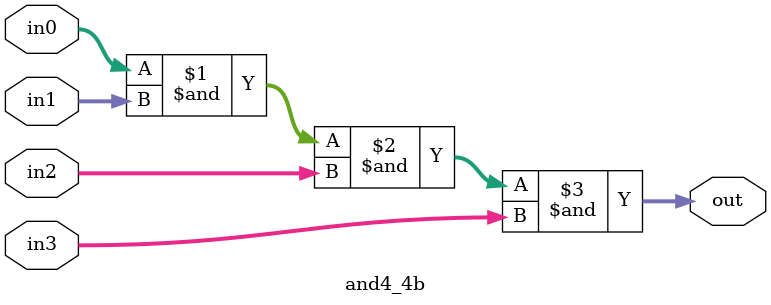
<source format=v>
`timescale 1ns / 1ps

    module and4_4b(
        input wire  [3:0] in0,
        input wire  [3:0] in1,
        input wire  [3:0] in2,
        input wire  [3:0] in3,
        output wire [3:0] out
        
    );
    
    assign out = in0 & in1 & in2 & in3;
    
endmodule

</source>
